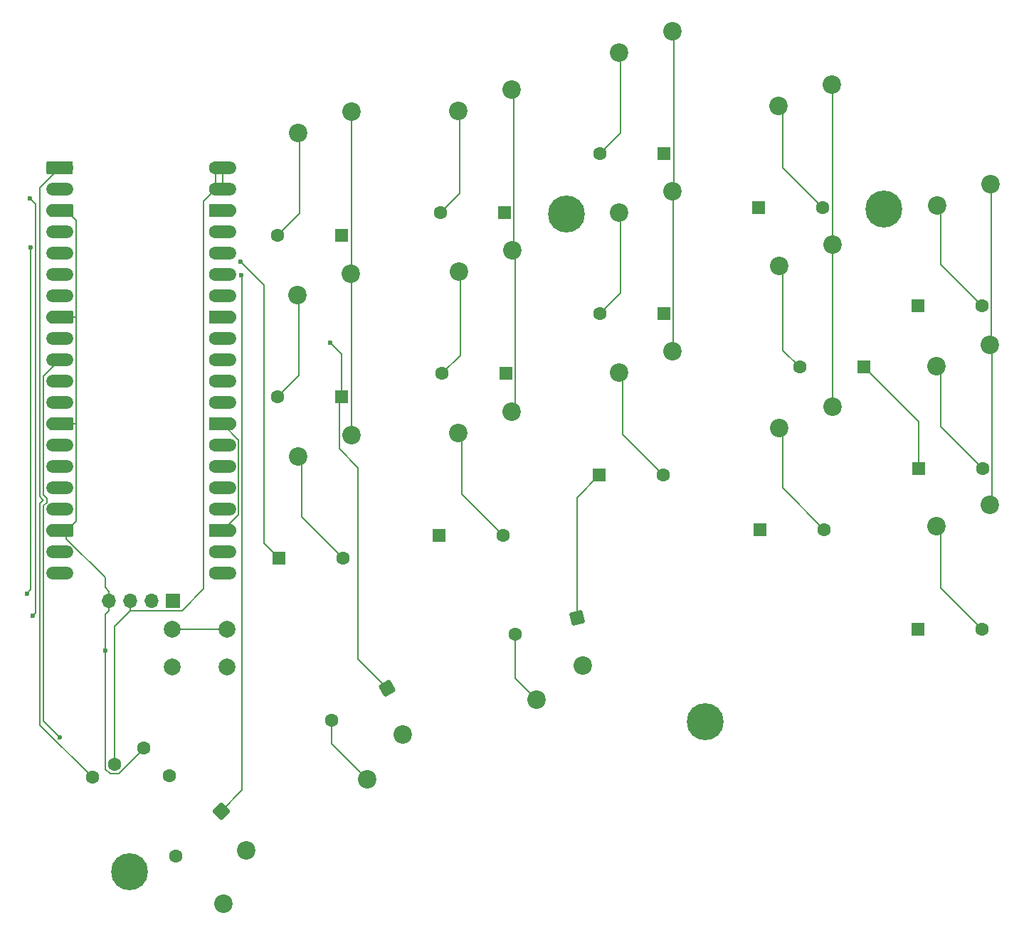
<source format=gbr>
%TF.GenerationSoftware,KiCad,Pcbnew,9.0.2-9.0.2-0~ubuntu24.04.1*%
%TF.CreationDate,2025-07-03T20:15:33-04:00*%
%TF.ProjectId,custom_Hackboard,63757374-6f6d-45f4-9861-636b626f6172,rev?*%
%TF.SameCoordinates,Original*%
%TF.FileFunction,Copper,L1,Top*%
%TF.FilePolarity,Positive*%
%FSLAX46Y46*%
G04 Gerber Fmt 4.6, Leading zero omitted, Abs format (unit mm)*
G04 Created by KiCad (PCBNEW 9.0.2-9.0.2-0~ubuntu24.04.1) date 2025-07-03 20:15:33*
%MOMM*%
%LPD*%
G01*
G04 APERTURE LIST*
G04 Aperture macros list*
%AMRoundRect*
0 Rectangle with rounded corners*
0 $1 Rounding radius*
0 $2 $3 $4 $5 $6 $7 $8 $9 X,Y pos of 4 corners*
0 Add a 4 corners polygon primitive as box body*
4,1,4,$2,$3,$4,$5,$6,$7,$8,$9,$2,$3,0*
0 Add four circle primitives for the rounded corners*
1,1,$1+$1,$2,$3*
1,1,$1+$1,$4,$5*
1,1,$1+$1,$6,$7*
1,1,$1+$1,$8,$9*
0 Add four rect primitives between the rounded corners*
20,1,$1+$1,$2,$3,$4,$5,0*
20,1,$1+$1,$4,$5,$6,$7,0*
20,1,$1+$1,$6,$7,$8,$9,0*
20,1,$1+$1,$8,$9,$2,$3,0*%
%AMFreePoly0*
4,1,37,0.800000,0.796148,0.878414,0.796148,1.032228,0.765552,1.177117,0.705537,1.307515,0.618408,1.418408,0.507515,1.505537,0.377117,1.565552,0.232228,1.596148,0.078414,1.596148,-0.078414,1.565552,-0.232228,1.505537,-0.377117,1.418408,-0.507515,1.307515,-0.618408,1.177117,-0.705537,1.032228,-0.765552,0.878414,-0.796148,0.800000,-0.796148,0.800000,-0.800000,-1.400000,-0.800000,
-1.403843,-0.796157,-1.439018,-0.796157,-1.511114,-0.766294,-1.566294,-0.711114,-1.596157,-0.639018,-1.596157,-0.603843,-1.600000,-0.600000,-1.600000,0.600000,-1.596157,0.603843,-1.596157,0.639018,-1.566294,0.711114,-1.511114,0.766294,-1.439018,0.796157,-1.403843,0.796157,-1.400000,0.800000,0.800000,0.800000,0.800000,0.796148,0.800000,0.796148,$1*%
%AMFreePoly1*
4,1,37,1.403843,0.796157,1.439018,0.796157,1.511114,0.766294,1.566294,0.711114,1.596157,0.639018,1.596157,0.603843,1.600000,0.600000,1.600000,-0.600000,1.596157,-0.603843,1.596157,-0.639018,1.566294,-0.711114,1.511114,-0.766294,1.439018,-0.796157,1.403843,-0.796157,1.400000,-0.800000,-0.800000,-0.800000,-0.800000,-0.796148,-0.878414,-0.796148,-1.032228,-0.765552,-1.177117,-0.705537,
-1.307515,-0.618408,-1.418408,-0.507515,-1.505537,-0.377117,-1.565552,-0.232228,-1.596148,-0.078414,-1.596148,0.078414,-1.565552,0.232228,-1.505537,0.377117,-1.418408,0.507515,-1.307515,0.618408,-1.177117,0.705537,-1.032228,0.765552,-0.878414,0.796148,-0.800000,0.796148,-0.800000,0.800000,1.400000,0.800000,1.403843,0.796157,1.403843,0.796157,$1*%
%AMFreePoly2*
4,1,37,0.603843,0.796157,0.639018,0.796157,0.711114,0.766294,0.766294,0.711114,0.796157,0.639018,0.796157,0.603843,0.800000,0.600000,0.800000,-0.600000,0.796157,-0.603843,0.796157,-0.639018,0.766294,-0.711114,0.711114,-0.766294,0.639018,-0.796157,0.603843,-0.796157,0.600000,-0.800000,0.000000,-0.800000,0.000000,-0.796148,-0.078414,-0.796148,-0.232228,-0.765552,-0.377117,-0.705537,
-0.507515,-0.618408,-0.618408,-0.507515,-0.705537,-0.377117,-0.765552,-0.232228,-0.796148,-0.078414,-0.796148,0.078414,-0.765552,0.232228,-0.705537,0.377117,-0.618408,0.507515,-0.507515,0.618408,-0.377117,0.705537,-0.232228,0.765552,-0.078414,0.796148,0.000000,0.796148,0.000000,0.800000,0.600000,0.800000,0.603843,0.796157,0.603843,0.796157,$1*%
%AMFreePoly3*
4,1,37,0.000000,0.796148,0.078414,0.796148,0.232228,0.765552,0.377117,0.705537,0.507515,0.618408,0.618408,0.507515,0.705537,0.377117,0.765552,0.232228,0.796148,0.078414,0.796148,-0.078414,0.765552,-0.232228,0.705537,-0.377117,0.618408,-0.507515,0.507515,-0.618408,0.377117,-0.705537,0.232228,-0.765552,0.078414,-0.796148,0.000000,-0.796148,0.000000,-0.800000,-0.600000,-0.800000,
-0.603843,-0.796157,-0.639018,-0.796157,-0.711114,-0.766294,-0.766294,-0.711114,-0.796157,-0.639018,-0.796157,-0.603843,-0.800000,-0.600000,-0.800000,0.600000,-0.796157,0.603843,-0.796157,0.639018,-0.766294,0.711114,-0.711114,0.766294,-0.639018,0.796157,-0.603843,0.796157,-0.600000,0.800000,0.000000,0.800000,0.000000,0.796148,0.000000,0.796148,$1*%
G04 Aperture macros list end*
%TA.AperFunction,ComponentPad*%
%ADD10C,2.200000*%
%TD*%
%TA.AperFunction,ComponentPad*%
%ADD11C,1.600000*%
%TD*%
%TA.AperFunction,ComponentPad*%
%ADD12C,2.000000*%
%TD*%
%TA.AperFunction,SMDPad,CuDef*%
%ADD13FreePoly0,0.000000*%
%TD*%
%TA.AperFunction,ComponentPad*%
%ADD14RoundRect,0.200000X-0.600000X-0.600000X0.600000X-0.600000X0.600000X0.600000X-0.600000X0.600000X0*%
%TD*%
%TA.AperFunction,SMDPad,CuDef*%
%ADD15RoundRect,0.800000X-0.800000X-0.000010X0.800000X-0.000010X0.800000X0.000010X-0.800000X0.000010X0*%
%TD*%
%TA.AperFunction,SMDPad,CuDef*%
%ADD16FreePoly1,0.000000*%
%TD*%
%TA.AperFunction,ComponentPad*%
%ADD17FreePoly2,0.000000*%
%TD*%
%TA.AperFunction,ComponentPad*%
%ADD18FreePoly3,0.000000*%
%TD*%
%TA.AperFunction,ComponentPad*%
%ADD19R,1.700000X1.700000*%
%TD*%
%TA.AperFunction,ComponentPad*%
%ADD20O,1.700000X1.700000*%
%TD*%
%TA.AperFunction,ComponentPad*%
%ADD21RoundRect,0.250000X0.550000X0.550000X-0.550000X0.550000X-0.550000X-0.550000X0.550000X-0.550000X0*%
%TD*%
%TA.AperFunction,ComponentPad*%
%ADD22RoundRect,0.250000X-0.550000X-0.550000X0.550000X-0.550000X0.550000X0.550000X-0.550000X0.550000X0*%
%TD*%
%TA.AperFunction,ComponentPad*%
%ADD23RoundRect,0.250000X0.000000X0.777817X-0.777817X0.000000X0.000000X-0.777817X0.777817X0.000000X0*%
%TD*%
%TA.AperFunction,ComponentPad*%
%ADD24RoundRect,0.250000X0.201314X0.751314X-0.751314X0.201314X-0.201314X-0.751314X0.751314X-0.201314X0*%
%TD*%
%TA.AperFunction,ComponentPad*%
%ADD25RoundRect,0.250000X0.388909X0.673610X-0.673610X0.388909X-0.388909X-0.673610X0.673610X-0.388909X0*%
%TD*%
%TA.AperFunction,ComponentPad*%
%ADD26C,4.400000*%
%TD*%
%TA.AperFunction,ViaPad*%
%ADD27C,0.600000*%
%TD*%
%TA.AperFunction,Conductor*%
%ADD28C,0.200000*%
%TD*%
G04 APERTURE END LIST*
D10*
%TO.P,SW13,1,1*%
%TO.N,LCol 0*%
X479120000Y-293220000D03*
%TO.P,SW13,2,2*%
%TO.N,Net-(D13-A)*%
X472770000Y-295760000D03*
%TD*%
%TO.P,SW7,1,1*%
%TO.N,LCol 0*%
X479040000Y-274020000D03*
%TO.P,SW7,2,2*%
%TO.N,Net-(D12-A)*%
X472690000Y-276560000D03*
%TD*%
%TO.P,SW4,1,1*%
%TO.N,LCol 3*%
X536300000Y-251500000D03*
%TO.P,SW4,2,2*%
%TO.N,Net-(D4-A)*%
X529950000Y-254040000D03*
%TD*%
%TO.P,SW17,1,1*%
%TO.N,LCol 4*%
X555110000Y-301550000D03*
%TO.P,SW17,2,2*%
%TO.N,Net-(D17-A)*%
X548760000Y-304090000D03*
%TD*%
%TO.P,SW9,1,1*%
%TO.N,LCol 2*%
X517300000Y-264200000D03*
%TO.P,SW9,2,2*%
%TO.N,Net-(D10-A)*%
X510950000Y-266740000D03*
%TD*%
D11*
%TO.P,U3,4,Ring2*%
%TO.N,L Jack*%
X448353531Y-333939700D03*
%TO.P,U3,3,Ring1*%
%TO.N,+5V*%
X450951607Y-332439700D03*
%TO.P,U3,2,Tip*%
%TO.N,GND*%
X454415709Y-330439700D03*
%TO.P,U3,1,Sleeve*%
%TO.N,unconnected-(U3-Sleeve-Pad1)*%
X457481734Y-333750212D03*
%TD*%
D10*
%TO.P,SW3,1,1*%
%TO.N,LCol 2*%
X517280000Y-245110000D03*
%TO.P,SW3,2,2*%
%TO.N,Net-(D3-A)*%
X510930000Y-247650000D03*
%TD*%
%TO.P,SW15,1,1*%
%TO.N,LCol 2*%
X517310000Y-283250000D03*
%TO.P,SW15,2,2*%
%TO.N,Net-(D15-A)*%
X510960000Y-285790000D03*
%TD*%
%TO.P,SW14,1,1*%
%TO.N,LCol 1*%
X498170000Y-290420000D03*
%TO.P,SW14,2,2*%
%TO.N,Net-(D14-A)*%
X491820000Y-292960000D03*
%TD*%
%TO.P,SW6,1,1*%
%TO.N,LCol 5*%
X466574000Y-342701900D03*
%TO.P,SW6,2,2*%
%TO.N,Net-(D6-A)*%
X463879923Y-348988079D03*
%TD*%
D12*
%TO.P,Reset,1,1*%
%TO.N,Reset*%
X457820000Y-316320000D03*
X464320000Y-316320000D03*
%TO.P,Reset,2,2*%
%TO.N,GND*%
X457820000Y-320820000D03*
X464320000Y-320820000D03*
%TD*%
D10*
%TO.P,SW2,1,1*%
%TO.N,LCol 1*%
X498180000Y-252110000D03*
%TO.P,SW2,2,2*%
%TO.N,Net-(D2-A)*%
X491830000Y-254650000D03*
%TD*%
%TO.P,SW11,1,1*%
%TO.N,LCol 4*%
X555110000Y-282440000D03*
%TO.P,SW11,2,2*%
%TO.N,Net-(D8-A)*%
X548760000Y-284980000D03*
%TD*%
D13*
%TO.P,A1,1,GPIO0*%
%TO.N,L Jack*%
X444400000Y-261410000D03*
D14*
X445200000Y-261410000D03*
D15*
%TO.P,A1,2,GPIO1*%
%TO.N,L SDA*%
X444400000Y-263950000D03*
D11*
X445200000Y-263950000D03*
D16*
%TO.P,A1,3,GND*%
%TO.N,GND*%
X444400000Y-266490000D03*
D17*
X445200000Y-266490000D03*
D15*
%TO.P,A1,4,GPIO2*%
%TO.N,L SCL*%
X444400000Y-269030000D03*
D11*
X445200000Y-269030000D03*
D15*
%TO.P,A1,5,GPIO3*%
%TO.N,unconnected-(A1-GPIO3-Pad5)*%
X444400000Y-271570000D03*
D11*
X445200000Y-271570000D03*
D15*
%TO.P,A1,6,GPIO4*%
%TO.N,LRow 2*%
X444400000Y-274110000D03*
D11*
X445200000Y-274110000D03*
D15*
%TO.P,A1,7,GPIO5*%
%TO.N,LRow 1*%
X444400000Y-276650000D03*
D11*
X445200000Y-276650000D03*
D16*
%TO.P,A1,8,GND*%
%TO.N,GND*%
X444400000Y-279190000D03*
D17*
X445200000Y-279190000D03*
D15*
%TO.P,A1,9,GPIO6*%
%TO.N,LRow 0*%
X444400000Y-281730000D03*
D11*
X445200000Y-281730000D03*
D15*
%TO.P,A1,10,GPIO7*%
%TO.N,LCol 5*%
X444400000Y-284270000D03*
D11*
X445200000Y-284270000D03*
D15*
%TO.P,A1,11,GPIO8*%
%TO.N,LCol 4*%
X444400000Y-286810000D03*
D11*
X445200000Y-286810000D03*
D15*
%TO.P,A1,12,GPIO9*%
%TO.N,LCol 3*%
X444400000Y-289350000D03*
D11*
X445200000Y-289350000D03*
D16*
%TO.P,A1,13,GND*%
%TO.N,GND*%
X444400000Y-291890000D03*
D17*
X445200000Y-291890000D03*
D15*
%TO.P,A1,14,GPIO10*%
%TO.N,LCol 2*%
X444400000Y-294430000D03*
D11*
X445200000Y-294430000D03*
D15*
%TO.P,A1,15,GPIO11*%
%TO.N,LCol 1*%
X444400000Y-296970000D03*
D11*
X445200000Y-296970000D03*
D15*
%TO.P,A1,16,GPIO12*%
%TO.N,LCol 0*%
X444400000Y-299510000D03*
D11*
X445200000Y-299510000D03*
D15*
%TO.P,A1,17,GPIO13*%
%TO.N,unconnected-(A1-GPIO13-Pad17)*%
X444400000Y-302050000D03*
D11*
X445200000Y-302050000D03*
D16*
%TO.P,A1,18,GND*%
%TO.N,GND*%
X444400000Y-304590000D03*
D17*
X445200000Y-304590000D03*
D15*
%TO.P,A1,19,GPIO14*%
%TO.N,unconnected-(A1-GPIO14-Pad19)*%
X444400000Y-307130000D03*
D11*
X445200000Y-307130000D03*
D15*
%TO.P,A1,20,GPIO15*%
%TO.N,unconnected-(A1-GPIO15-Pad20)*%
X444400000Y-309670000D03*
D11*
X445200000Y-309670000D03*
%TO.P,A1,21,GPIO16*%
%TO.N,unconnected-(A1-GPIO16-Pad21)*%
X462980000Y-309670000D03*
D15*
X463780000Y-309670000D03*
D11*
%TO.P,A1,22,GPIO17*%
%TO.N,unconnected-(A1-GPIO17-Pad22)*%
X462980000Y-307130000D03*
D15*
X463780000Y-307130000D03*
D18*
%TO.P,A1,23,GND*%
%TO.N,GND*%
X462980000Y-304590000D03*
D13*
X463780000Y-304590000D03*
D11*
%TO.P,A1,24,GPIO18*%
%TO.N,unconnected-(A1-GPIO18-Pad24)*%
X462980000Y-302050000D03*
D15*
X463780000Y-302050000D03*
D11*
%TO.P,A1,25,GPIO19*%
%TO.N,unconnected-(A1-GPIO19-Pad25)*%
X462980000Y-299510000D03*
D15*
X463780000Y-299510000D03*
D11*
%TO.P,A1,26,GPIO20*%
%TO.N,unconnected-(A1-GPIO20-Pad26)*%
X462980000Y-296970000D03*
D15*
X463780000Y-296970000D03*
D11*
%TO.P,A1,27,GPIO21*%
%TO.N,unconnected-(A1-GPIO21-Pad27)*%
X462980000Y-294430000D03*
D15*
X463780000Y-294430000D03*
D18*
%TO.P,A1,28,GND*%
%TO.N,GND*%
X462980000Y-291890000D03*
D13*
X463780000Y-291890000D03*
D11*
%TO.P,A1,29,GPIO22*%
%TO.N,unconnected-(A1-GPIO22-Pad29)*%
X462980000Y-289350000D03*
D15*
X463780000Y-289350000D03*
D11*
%TO.P,A1,30,RUN*%
%TO.N,Reset*%
X462980000Y-286810000D03*
D15*
X463780000Y-286810000D03*
D11*
%TO.P,A1,31,GPIO26_ADC0*%
%TO.N,unconnected-(A1-GPIO26_ADC0-Pad31)*%
X462980000Y-284270000D03*
D15*
X463780000Y-284270000D03*
D11*
%TO.P,A1,32,GPIO27_ADC1*%
%TO.N,unconnected-(A1-GPIO27_ADC1-Pad32)*%
X462980000Y-281730000D03*
D15*
X463780000Y-281730000D03*
D18*
%TO.P,A1,33,AGND*%
%TO.N,unconnected-(A1-AGND-Pad33)*%
X462980000Y-279190000D03*
D13*
X463780000Y-279190000D03*
D11*
%TO.P,A1,34,GPIO28_ADC2*%
%TO.N,unconnected-(A1-GPIO28_ADC2-Pad34)*%
X462980000Y-276650000D03*
D15*
X463780000Y-276650000D03*
D11*
%TO.P,A1,35,ADC_VREF*%
%TO.N,unconnected-(A1-ADC_VREF-Pad35)*%
X462980000Y-274110000D03*
D15*
X463780000Y-274110000D03*
D11*
%TO.P,A1,36,3V3*%
%TO.N,unconnected-(A1-3V3-Pad36)*%
X462980000Y-271570000D03*
D15*
X463780000Y-271570000D03*
D11*
%TO.P,A1,37,3V3_EN*%
%TO.N,unconnected-(A1-3V3_EN-Pad37)*%
X462980000Y-269030000D03*
D15*
X463780000Y-269030000D03*
D18*
%TO.P,A1,38,GND*%
%TO.N,GND*%
X462980000Y-266490000D03*
D13*
X463780000Y-266490000D03*
D11*
%TO.P,A1,39,VSYS*%
%TO.N,+5V*%
X462980000Y-263950000D03*
D15*
X463780000Y-263950000D03*
D11*
%TO.P,A1,40,VBUS*%
X462980000Y-261410000D03*
D15*
X463780000Y-261410000D03*
%TD*%
D10*
%TO.P,SW1,1,1*%
%TO.N,LCol 0*%
X479090000Y-254720000D03*
%TO.P,SW1,2,2*%
%TO.N,Net-(D1-A)*%
X472740000Y-257260000D03*
%TD*%
%TO.P,SW5,1,1*%
%TO.N,LCol 4*%
X555120000Y-263300000D03*
%TO.P,SW5,2,2*%
%TO.N,Net-(D5-A)*%
X548770000Y-265840000D03*
%TD*%
D19*
%TO.P,J1,1,Pin_1*%
%TO.N,L SDA*%
X457920000Y-312960000D03*
D20*
%TO.P,J1,2,Pin_2*%
%TO.N,L SCL*%
X455380000Y-312960000D03*
%TO.P,J1,3,Pin_3*%
%TO.N,+5V*%
X452840000Y-312960000D03*
%TO.P,J1,4,Pin_4*%
%TO.N,GND*%
X450300000Y-312960000D03*
%TD*%
D10*
%TO.P,SW18,1,1*%
%TO.N,LCol 5*%
X506648700Y-320635700D03*
%TO.P,SW18,2,2*%
%TO.N,Net-(D18-A)*%
X501172471Y-324732653D03*
%TD*%
%TO.P,SW10,1,1*%
%TO.N,LCol 3*%
X536340000Y-270560000D03*
%TO.P,SW10,2,2*%
%TO.N,Net-(D9-A)*%
X529990000Y-273100000D03*
%TD*%
%TO.P,SW8,1,1*%
%TO.N,LCol 1*%
X498250000Y-271210000D03*
%TO.P,SW8,2,2*%
%TO.N,Net-(D11-A)*%
X491900000Y-273750000D03*
%TD*%
%TO.P,SW16,1,1*%
%TO.N,LCol 3*%
X536330000Y-289810000D03*
%TO.P,SW16,2,2*%
%TO.N,Net-(D16-A)*%
X529980000Y-292350000D03*
%TD*%
%TO.P,SW12,1,1*%
%TO.N,LCol 5*%
X485239700Y-328830600D03*
%TO.P,SW12,2,2*%
%TO.N,Net-(D7-A)*%
X481010439Y-334205305D03*
%TD*%
D21*
%TO.P,D11,1,K*%
%TO.N,LRow 1*%
X497510000Y-285890000D03*
D11*
%TO.P,D11,2,A*%
%TO.N,Net-(D11-A)*%
X489890000Y-285890000D03*
%TD*%
D21*
%TO.P,D10,1,K*%
%TO.N,LRow 1*%
X516290000Y-278730000D03*
D11*
%TO.P,D10,2,A*%
%TO.N,Net-(D10-A)*%
X508670000Y-278730000D03*
%TD*%
D22*
%TO.P,D16,1,K*%
%TO.N,LRow 2*%
X527750000Y-304440000D03*
D11*
%TO.P,D16,2,A*%
%TO.N,Net-(D16-A)*%
X535370000Y-304440000D03*
%TD*%
D22*
%TO.P,D4,1,K*%
%TO.N,LRow 0*%
X527540000Y-266150000D03*
D11*
%TO.P,D4,2,A*%
%TO.N,Net-(D4-A)*%
X535160000Y-266150000D03*
%TD*%
D22*
%TO.P,D8,1,K*%
%TO.N,LRow 1*%
X546590000Y-297210000D03*
D11*
%TO.P,D8,2,A*%
%TO.N,Net-(D8-A)*%
X554210000Y-297210000D03*
%TD*%
D22*
%TO.P,D15,1,K*%
%TO.N,LRow 2*%
X508620000Y-297990000D03*
D11*
%TO.P,D15,2,A*%
%TO.N,Net-(D15-A)*%
X516240000Y-297990000D03*
%TD*%
D22*
%TO.P,D14,1,K*%
%TO.N,LRow 2*%
X489520000Y-305150000D03*
D11*
%TO.P,D14,2,A*%
%TO.N,Net-(D14-A)*%
X497140000Y-305150000D03*
%TD*%
D23*
%TO.P,D6,1,K*%
%TO.N,LRow 0*%
X463630000Y-337990000D03*
D11*
%TO.P,D6,2,A*%
%TO.N,Net-(D6-A)*%
X458241846Y-343378154D03*
%TD*%
D21*
%TO.P,D9,1,K*%
%TO.N,LRow 1*%
X540060000Y-285120000D03*
D11*
%TO.P,D9,2,A*%
%TO.N,Net-(D9-A)*%
X532440000Y-285120000D03*
%TD*%
D22*
%TO.P,D5,1,K*%
%TO.N,LRow 0*%
X546500000Y-277790000D03*
D11*
%TO.P,D5,2,A*%
%TO.N,Net-(D5-A)*%
X554120000Y-277790000D03*
%TD*%
D24*
%TO.P,D7,1,K*%
%TO.N,LRow 1*%
X483349100Y-323330000D03*
D11*
%TO.P,D7,2,A*%
%TO.N,Net-(D7-A)*%
X476749986Y-327140000D03*
%TD*%
D21*
%TO.P,D1,1,K*%
%TO.N,LRow 0*%
X477910000Y-269460000D03*
D11*
%TO.P,D1,2,A*%
%TO.N,Net-(D1-A)*%
X470290000Y-269460000D03*
%TD*%
D22*
%TO.P,D17,1,K*%
%TO.N,LRow 2*%
X546490000Y-316300000D03*
D11*
%TO.P,D17,2,A*%
%TO.N,Net-(D17-A)*%
X554110000Y-316300000D03*
%TD*%
D25*
%TO.P,D18,1,K*%
%TO.N,LRow 2*%
X505970200Y-314993900D03*
D11*
%TO.P,D18,2,A*%
%TO.N,Net-(D18-A)*%
X498609845Y-316966101D03*
%TD*%
D21*
%TO.P,D3,1,K*%
%TO.N,LRow 0*%
X516310000Y-259660000D03*
D11*
%TO.P,D3,2,A*%
%TO.N,Net-(D3-A)*%
X508690000Y-259660000D03*
%TD*%
D22*
%TO.P,D13,1,K*%
%TO.N,LRow 2*%
X470470000Y-307860000D03*
D11*
%TO.P,D13,2,A*%
%TO.N,Net-(D13-A)*%
X478090000Y-307860000D03*
%TD*%
D21*
%TO.P,D12,1,K*%
%TO.N,LRow 1*%
X477940000Y-288670000D03*
D11*
%TO.P,D12,2,A*%
%TO.N,Net-(D12-A)*%
X470320000Y-288670000D03*
%TD*%
D21*
%TO.P,D2,1,K*%
%TO.N,LRow 0*%
X497320000Y-266760000D03*
D11*
%TO.P,D2,2,A*%
%TO.N,Net-(D2-A)*%
X489700000Y-266760000D03*
%TD*%
D26*
%TO.P,,2*%
%TO.N,N/C*%
X521190000Y-327330000D03*
%TD*%
%TO.P,,3*%
%TO.N,N/C*%
X542470000Y-266310000D03*
%TD*%
%TO.P,,4*%
%TO.N,N/C*%
X504680000Y-266860000D03*
%TD*%
%TO.P,,1*%
%TO.N,N/C*%
X452740000Y-345170000D03*
%TD*%
D27*
%TO.N,GND*%
X449822900Y-318840000D03*
%TO.N,LRow 2*%
X465903700Y-272584500D03*
%TO.N,LRow 1*%
X476567500Y-282206400D03*
%TO.N,LRow 0*%
X466015700Y-274148600D03*
%TO.N,LCol 5*%
X444412600Y-329217800D03*
%TO.N,L SDA*%
X441225100Y-314742700D03*
X440887200Y-265042400D03*
%TO.N,L SCL*%
X440959700Y-270893300D03*
X440507200Y-312078500D03*
%TD*%
D28*
%TO.N,unconnected-(A1-GPIO16-Pad21)*%
X463780000Y-309670000D02*
X462980000Y-309670000D01*
%TO.N,GND*%
X446329800Y-303460200D02*
X446329800Y-291890000D01*
X445200000Y-266490000D02*
X444400000Y-266490000D01*
X449822900Y-318840000D02*
X449822900Y-314588800D01*
X465686400Y-302683600D02*
X463780000Y-304590000D01*
X449822900Y-314588800D02*
X450300000Y-314111700D01*
X451414200Y-333557000D02*
X450392700Y-333557000D01*
X444400000Y-304590000D02*
X445200000Y-304590000D01*
X446329800Y-279190000D02*
X446329800Y-267619800D01*
X462980000Y-304590000D02*
X463780000Y-304590000D01*
X446329800Y-291890000D02*
X446329800Y-279190000D01*
X449822600Y-311330900D02*
X449822600Y-310194500D01*
X462980000Y-291890000D02*
X463780000Y-291890000D01*
X449822900Y-332987200D02*
X449822900Y-318840000D01*
X454415700Y-330555500D02*
X451414200Y-333557000D01*
X446329800Y-291890000D02*
X445200000Y-291890000D01*
X463780000Y-291890000D02*
X465686400Y-293796400D01*
X450392700Y-333557000D02*
X449822900Y-332987200D01*
X445200000Y-305571900D02*
X445200000Y-304590000D01*
X445200000Y-279190000D02*
X444400000Y-279190000D01*
X444400000Y-291890000D02*
X445200000Y-291890000D01*
X454415700Y-330439700D02*
X454415700Y-330555500D01*
X446329800Y-279190000D02*
X445200000Y-279190000D01*
X465686400Y-293796400D02*
X465686400Y-302683600D01*
X462980000Y-266490000D02*
X463780000Y-266490000D01*
X449822600Y-310194500D02*
X445200000Y-305571900D01*
X450300000Y-311808300D02*
X449822600Y-311330900D01*
X446329800Y-267619800D02*
X445200000Y-266490000D01*
X445200000Y-304590000D02*
X446329800Y-303460200D01*
X450300000Y-312960000D02*
X450300000Y-314111700D01*
X450300000Y-312960000D02*
X450300000Y-311808300D01*
%TO.N,L Jack*%
X442070400Y-327727600D02*
X448282500Y-333939700D01*
X442021800Y-300530900D02*
X442305800Y-300814900D01*
X444400000Y-261410000D02*
X442021800Y-263788200D01*
X448282500Y-333939700D02*
X448353500Y-333939700D01*
X442070400Y-301336900D02*
X442070400Y-327727600D01*
X442305800Y-300814900D02*
X442449100Y-300958200D01*
X445200000Y-261410000D02*
X444400000Y-261410000D01*
X442449100Y-300958200D02*
X442070400Y-301336900D01*
X442305800Y-300814900D02*
X442449100Y-300958200D01*
X442021800Y-263788200D02*
X442021800Y-300530900D01*
%TO.N,unconnected-(A1-GPIO21-Pad27)*%
X462980000Y-294430000D02*
X463780000Y-294430000D01*
%TO.N,unconnected-(A1-GPIO3-Pad5)*%
X445200000Y-271570000D02*
X444400000Y-271570000D01*
%TO.N,unconnected-(A1-3V3_EN-Pad37)*%
X462980000Y-269030000D02*
X463780000Y-269030000D01*
%TO.N,LRow 2*%
X508620000Y-297990000D02*
X505970200Y-300639800D01*
X468689900Y-306079900D02*
X470470000Y-307860000D01*
X465903700Y-272584500D02*
X468689900Y-275370700D01*
X444400000Y-274110000D02*
X445200000Y-274110000D01*
X505970200Y-300639800D02*
X505970200Y-314993900D01*
X468689900Y-275370700D02*
X468689900Y-306079900D01*
%TO.N,LRow 1*%
X445200000Y-276650000D02*
X444400000Y-276650000D01*
X479933200Y-297092700D02*
X477688800Y-294848300D01*
X546590000Y-291650000D02*
X540060000Y-285120000D01*
X477688800Y-288921200D02*
X477940000Y-288670000D01*
X477940000Y-283578900D02*
X477940000Y-288670000D01*
X483349100Y-323330000D02*
X479933200Y-319914100D01*
X479933200Y-319914100D02*
X479933200Y-297092700D01*
X476567500Y-282206400D02*
X477940000Y-283578900D01*
X546590000Y-297210000D02*
X546590000Y-291650000D01*
X477688800Y-294848300D02*
X477688800Y-288921200D01*
%TO.N,unconnected-(A1-AGND-Pad33)*%
X462980000Y-279190000D02*
X463780000Y-279190000D01*
%TO.N,unconnected-(A1-GPIO20-Pad26)*%
X463780000Y-296970000D02*
X462980000Y-296970000D01*
%TO.N,Reset*%
X457820000Y-316320000D02*
X464320000Y-316320000D01*
X463780000Y-286810000D02*
X462980000Y-286810000D01*
%TO.N,unconnected-(A1-GPIO18-Pad24)*%
X463780000Y-302050000D02*
X462980000Y-302050000D01*
%TO.N,+5V*%
X458942600Y-314111700D02*
X452841500Y-314111700D01*
X452840000Y-312960000D02*
X452840000Y-314110000D01*
X462980000Y-263950000D02*
X461540200Y-265389800D01*
X450951600Y-332439700D02*
X450951600Y-316000100D01*
X452841500Y-314111700D02*
X452840000Y-314110200D01*
X461540100Y-311514200D02*
X458942600Y-314111700D01*
X462980000Y-261410000D02*
X463780000Y-261410000D01*
X450951600Y-316000100D02*
X452840000Y-314111700D01*
X452840000Y-314110000D02*
X452840000Y-314110200D01*
X461540100Y-265389800D02*
X461540100Y-311514200D01*
X461540200Y-265389800D02*
X461540100Y-265389800D01*
X452840000Y-314110200D02*
X452840000Y-314111700D01*
X462980000Y-263950000D02*
X462980000Y-261410000D01*
X463780000Y-263950000D02*
X463780000Y-261410000D01*
%TO.N,LCol 3*%
X536340000Y-270560000D02*
X536390800Y-270610800D01*
X536390800Y-270610800D02*
X536390800Y-289749200D01*
X536340000Y-270560000D02*
X536340000Y-251540000D01*
X536340000Y-251540000D02*
X536300000Y-251500000D01*
X536390800Y-289749200D02*
X536330000Y-289810000D01*
X444400000Y-289350000D02*
X445200000Y-289350000D01*
%TO.N,unconnected-(A1-GPIO13-Pad17)*%
X445200000Y-302050000D02*
X444400000Y-302050000D01*
%TO.N,LCol 4*%
X445200000Y-286810000D02*
X444400000Y-286810000D01*
X555313300Y-282643300D02*
X555313300Y-301346700D01*
X555120000Y-263300000D02*
X555272500Y-263452500D01*
X555272500Y-263452500D02*
X555272500Y-282277500D01*
X555313300Y-301346700D02*
X555110000Y-301550000D01*
X555110000Y-282440000D02*
X555313300Y-282643300D01*
X555272500Y-282277500D02*
X555110000Y-282440000D01*
%TO.N,LRow 0*%
X444400000Y-281730000D02*
X445200000Y-281730000D01*
X466126700Y-335493300D02*
X463630000Y-337990000D01*
X466126700Y-274259600D02*
X466126700Y-335493300D01*
X466015700Y-274148600D02*
X466126700Y-274259600D01*
%TO.N,unconnected-(A1-3V3-Pad36)*%
X462980000Y-271570000D02*
X463780000Y-271570000D01*
%TO.N,unconnected-(A1-ADC_VREF-Pad35)*%
X462980000Y-274110000D02*
X463780000Y-274110000D01*
%TO.N,unconnected-(A1-GPIO19-Pad25)*%
X463780000Y-299510000D02*
X462980000Y-299510000D01*
%TO.N,unconnected-(A1-GPIO22-Pad29)*%
X462980000Y-289350000D02*
X463780000Y-289350000D01*
%TO.N,LCol 5*%
X442472100Y-301622700D02*
X442872300Y-301222500D01*
X442455900Y-300320800D02*
X442455900Y-286214100D01*
X444412600Y-329217800D02*
X442472100Y-327277300D01*
X442455900Y-286214100D02*
X444400000Y-284270000D01*
X445200000Y-284270000D02*
X444400000Y-284270000D01*
X442472100Y-327277300D02*
X442472100Y-301622700D01*
X442872300Y-301222500D02*
X442872300Y-300737200D01*
X442872300Y-300737200D02*
X442455900Y-300320800D01*
%TO.N,L SDA*%
X445200000Y-263950000D02*
X444400000Y-263950000D01*
X440887200Y-265042400D02*
X441567000Y-265722200D01*
X441567000Y-265722200D02*
X441567000Y-314400800D01*
X441567000Y-314400800D02*
X441225100Y-314742700D01*
%TO.N,unconnected-(A1-GPIO28_ADC2-Pad34)*%
X462980000Y-276650000D02*
X463780000Y-276650000D01*
%TO.N,L SCL*%
X440507200Y-312078500D02*
X440959700Y-311626000D01*
X445200000Y-269030000D02*
X444400000Y-269030000D01*
X440959700Y-311626000D02*
X440959700Y-270893300D01*
%TO.N,unconnected-(A1-GPIO15-Pad20)*%
X444400000Y-309670000D02*
X445200000Y-309670000D01*
%TO.N,LCol 0*%
X479157400Y-273902600D02*
X479157400Y-254787400D01*
X444400000Y-299510000D02*
X445200000Y-299510000D01*
X479040000Y-274020000D02*
X479157400Y-273902600D01*
X479157400Y-254787400D02*
X479090000Y-254720000D01*
X479120000Y-274100000D02*
X479040000Y-274020000D01*
X479120000Y-293220000D02*
X479120000Y-274100000D01*
%TO.N,unconnected-(A1-GPIO14-Pad19)*%
X444400000Y-307130000D02*
X445200000Y-307130000D01*
%TO.N,LCol 2*%
X445200000Y-294430000D02*
X444400000Y-294430000D01*
X517300000Y-264200000D02*
X517447400Y-264052600D01*
X517300000Y-264200000D02*
X517410400Y-264310400D01*
X517410400Y-283149600D02*
X517310000Y-283250000D01*
X517447400Y-264052600D02*
X517447400Y-245277400D01*
X517410400Y-264310400D02*
X517410400Y-283149600D01*
X517447400Y-245277400D02*
X517280000Y-245110000D01*
%TO.N,unconnected-(A1-GPIO26_ADC0-Pad31)*%
X462980000Y-284270000D02*
X463780000Y-284270000D01*
%TO.N,unconnected-(A1-GPIO17-Pad22)*%
X462980000Y-307130000D02*
X463780000Y-307130000D01*
%TO.N,unconnected-(A1-GPIO27_ADC1-Pad32)*%
X462980000Y-281730000D02*
X463780000Y-281730000D01*
%TO.N,LCol 1*%
X498433200Y-271210000D02*
X498616400Y-271393200D01*
X498616400Y-289973600D02*
X498170000Y-290420000D01*
X498433200Y-252363200D02*
X498433200Y-271210000D01*
X498180000Y-252110000D02*
X498433200Y-252363200D01*
X498616400Y-271393200D02*
X498616400Y-289973600D01*
X498433200Y-271210000D02*
X498250000Y-271210000D01*
X445200000Y-296970000D02*
X444400000Y-296970000D01*
%TO.N,Net-(D1-A)*%
X472911300Y-257431300D02*
X472740000Y-257260000D01*
X472911300Y-266838700D02*
X472911300Y-257431300D01*
X470290000Y-269460000D02*
X472911300Y-266838700D01*
%TO.N,Net-(D2-A)*%
X492001300Y-264458700D02*
X492001300Y-254821300D01*
X489700000Y-266760000D02*
X492001300Y-264458700D01*
X492001300Y-254821300D02*
X491830000Y-254650000D01*
%TO.N,Net-(D3-A)*%
X511101300Y-257248700D02*
X511101300Y-247821300D01*
X508690000Y-259660000D02*
X511101300Y-257248700D01*
X511101300Y-247821300D02*
X510930000Y-247650000D01*
%TO.N,Net-(D4-A)*%
X535160000Y-266150000D02*
X530406900Y-261396900D01*
X530406900Y-254496900D02*
X529950000Y-254040000D01*
X530406900Y-261396900D02*
X530406900Y-254496900D01*
%TO.N,Net-(D5-A)*%
X549226900Y-266296900D02*
X548770000Y-265840000D01*
X549226900Y-272896900D02*
X549226900Y-266296900D01*
X554120000Y-277790000D02*
X549226900Y-272896900D01*
%TO.N,Net-(D7-A)*%
X481010400Y-334205300D02*
X476750000Y-329944900D01*
X476750000Y-329944900D02*
X476750000Y-327140000D01*
%TO.N,Net-(D8-A)*%
X548760000Y-284980000D02*
X549216900Y-285436900D01*
X549216900Y-292216900D02*
X554210000Y-297210000D01*
X549216900Y-285436900D02*
X549216900Y-292216900D01*
%TO.N,Net-(D9-A)*%
X530446900Y-283126900D02*
X530446900Y-273556900D01*
X530446900Y-273556900D02*
X529990000Y-273100000D01*
X532440000Y-285120000D02*
X530446900Y-283126900D01*
%TO.N,Net-(D10-A)*%
X511121300Y-276278700D02*
X511121300Y-266911300D01*
X508670000Y-278730000D02*
X511121300Y-276278700D01*
X511121300Y-266911300D02*
X510950000Y-266740000D01*
%TO.N,Net-(D11-A)*%
X492071300Y-273921300D02*
X492071300Y-283708700D01*
X492071300Y-283708700D02*
X489890000Y-285890000D01*
X491900000Y-273750000D02*
X492071300Y-273921300D01*
%TO.N,Net-(D12-A)*%
X472861300Y-286128700D02*
X472861300Y-276731300D01*
X472861300Y-276731300D02*
X472690000Y-276560000D01*
X470320000Y-288670000D02*
X472861300Y-286128700D01*
%TO.N,Net-(D13-A)*%
X472770000Y-295760000D02*
X473226900Y-296216900D01*
X473226900Y-296216900D02*
X473226900Y-302996900D01*
X473226900Y-302996900D02*
X478090000Y-307860000D01*
%TO.N,Net-(D14-A)*%
X492276900Y-300286900D02*
X497140000Y-305150000D01*
X491820000Y-292960000D02*
X492276900Y-293416900D01*
X492276900Y-293416900D02*
X492276900Y-300286900D01*
%TO.N,Net-(D15-A)*%
X511416900Y-286246900D02*
X511416900Y-293166900D01*
X510960000Y-285790000D02*
X511416900Y-286246900D01*
X511416900Y-293166900D02*
X516240000Y-297990000D01*
%TO.N,Net-(D16-A)*%
X529980000Y-292350000D02*
X530436900Y-292806900D01*
X530436900Y-299506900D02*
X535370000Y-304440000D01*
X530436900Y-292806900D02*
X530436900Y-299506900D01*
%TO.N,Net-(D17-A)*%
X549216900Y-304546900D02*
X548760000Y-304090000D01*
X554110000Y-316300000D02*
X549216900Y-311406900D01*
X549216900Y-311406900D02*
X549216900Y-304546900D01*
%TO.N,Net-(D18-A)*%
X498609800Y-322170000D02*
X498609800Y-316966100D01*
X501172500Y-324732700D02*
X498609800Y-322170000D01*
%TD*%
M02*

</source>
